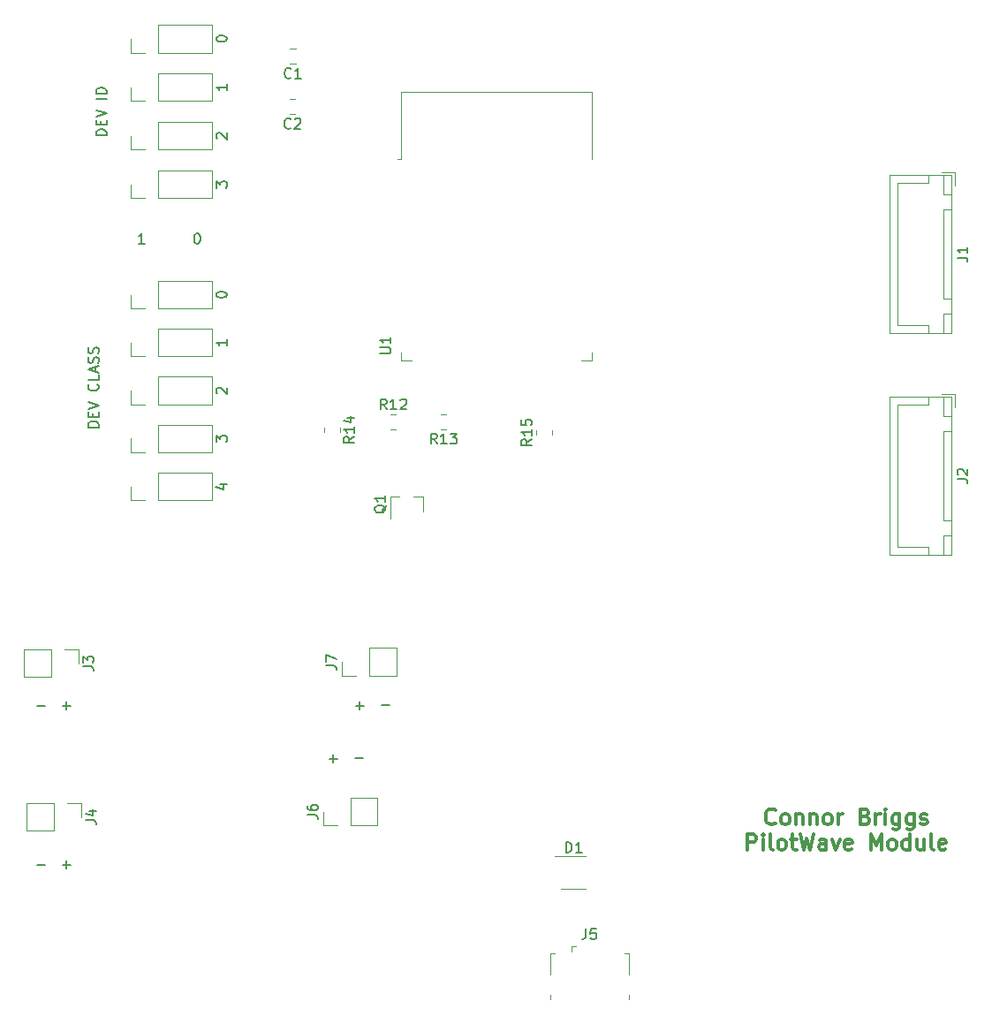
<source format=gbr>
%TF.GenerationSoftware,KiCad,Pcbnew,6.0.11+dfsg-1*%
%TF.CreationDate,2023-12-17T00:58:25-05:00*%
%TF.ProjectId,base_controller,62617365-5f63-46f6-9e74-726f6c6c6572,rev?*%
%TF.SameCoordinates,Original*%
%TF.FileFunction,Legend,Top*%
%TF.FilePolarity,Positive*%
%FSLAX46Y46*%
G04 Gerber Fmt 4.6, Leading zero omitted, Abs format (unit mm)*
G04 Created by KiCad (PCBNEW 6.0.11+dfsg-1) date 2023-12-17 00:58:25*
%MOMM*%
%LPD*%
G01*
G04 APERTURE LIST*
%ADD10C,0.150000*%
%ADD11C,0.300000*%
%ADD12C,0.120000*%
G04 APERTURE END LIST*
D10*
X137540952Y-121848571D02*
X136779047Y-121848571D01*
X134691428Y-122300952D02*
X134691428Y-121539047D01*
X135072380Y-121920000D02*
X134310476Y-121920000D01*
X135000952Y-126928571D02*
X134239047Y-126928571D01*
X132151428Y-127380952D02*
X132151428Y-126619047D01*
X132532380Y-127000000D02*
X131770476Y-127000000D01*
X103759047Y-137231428D02*
X104520952Y-137231428D01*
X106608571Y-136779047D02*
X106608571Y-137540952D01*
X106227619Y-137160000D02*
X106989523Y-137160000D01*
X103759047Y-121991428D02*
X104520952Y-121991428D01*
X106608571Y-121539047D02*
X106608571Y-122300952D01*
X106227619Y-121920000D02*
X106989523Y-121920000D01*
X119078380Y-76668380D02*
X119173619Y-76668380D01*
X119268857Y-76716000D01*
X119316476Y-76763619D01*
X119364095Y-76858857D01*
X119411714Y-77049333D01*
X119411714Y-77287428D01*
X119364095Y-77477904D01*
X119316476Y-77573142D01*
X119268857Y-77620761D01*
X119173619Y-77668380D01*
X119078380Y-77668380D01*
X118983142Y-77620761D01*
X118935523Y-77573142D01*
X118887904Y-77477904D01*
X118840285Y-77287428D01*
X118840285Y-77049333D01*
X118887904Y-76858857D01*
X118935523Y-76763619D01*
X118983142Y-76716000D01*
X119078380Y-76668380D01*
X110434380Y-67285904D02*
X109434380Y-67285904D01*
X109434380Y-67047809D01*
X109482000Y-66904952D01*
X109577238Y-66809714D01*
X109672476Y-66762095D01*
X109862952Y-66714476D01*
X110005809Y-66714476D01*
X110196285Y-66762095D01*
X110291523Y-66809714D01*
X110386761Y-66904952D01*
X110434380Y-67047809D01*
X110434380Y-67285904D01*
X109910571Y-66285904D02*
X109910571Y-65952571D01*
X110434380Y-65809714D02*
X110434380Y-66285904D01*
X109434380Y-66285904D01*
X109434380Y-65809714D01*
X109434380Y-65524000D02*
X110434380Y-65190666D01*
X109434380Y-64857333D01*
X110434380Y-63762095D02*
X109434380Y-63762095D01*
X110434380Y-63285904D02*
X109434380Y-63285904D01*
X109434380Y-63047809D01*
X109482000Y-62904952D01*
X109577238Y-62809714D01*
X109672476Y-62762095D01*
X109862952Y-62714476D01*
X110005809Y-62714476D01*
X110196285Y-62762095D01*
X110291523Y-62809714D01*
X110386761Y-62904952D01*
X110434380Y-63047809D01*
X110434380Y-63285904D01*
D11*
X174534571Y-133186214D02*
X174463142Y-133257642D01*
X174248857Y-133329071D01*
X174106000Y-133329071D01*
X173891714Y-133257642D01*
X173748857Y-133114785D01*
X173677428Y-132971928D01*
X173606000Y-132686214D01*
X173606000Y-132471928D01*
X173677428Y-132186214D01*
X173748857Y-132043357D01*
X173891714Y-131900500D01*
X174106000Y-131829071D01*
X174248857Y-131829071D01*
X174463142Y-131900500D01*
X174534571Y-131971928D01*
X175391714Y-133329071D02*
X175248857Y-133257642D01*
X175177428Y-133186214D01*
X175106000Y-133043357D01*
X175106000Y-132614785D01*
X175177428Y-132471928D01*
X175248857Y-132400500D01*
X175391714Y-132329071D01*
X175606000Y-132329071D01*
X175748857Y-132400500D01*
X175820285Y-132471928D01*
X175891714Y-132614785D01*
X175891714Y-133043357D01*
X175820285Y-133186214D01*
X175748857Y-133257642D01*
X175606000Y-133329071D01*
X175391714Y-133329071D01*
X176534571Y-132329071D02*
X176534571Y-133329071D01*
X176534571Y-132471928D02*
X176606000Y-132400500D01*
X176748857Y-132329071D01*
X176963142Y-132329071D01*
X177106000Y-132400500D01*
X177177428Y-132543357D01*
X177177428Y-133329071D01*
X177891714Y-132329071D02*
X177891714Y-133329071D01*
X177891714Y-132471928D02*
X177963142Y-132400500D01*
X178106000Y-132329071D01*
X178320285Y-132329071D01*
X178463142Y-132400500D01*
X178534571Y-132543357D01*
X178534571Y-133329071D01*
X179463142Y-133329071D02*
X179320285Y-133257642D01*
X179248857Y-133186214D01*
X179177428Y-133043357D01*
X179177428Y-132614785D01*
X179248857Y-132471928D01*
X179320285Y-132400500D01*
X179463142Y-132329071D01*
X179677428Y-132329071D01*
X179820285Y-132400500D01*
X179891714Y-132471928D01*
X179963142Y-132614785D01*
X179963142Y-133043357D01*
X179891714Y-133186214D01*
X179820285Y-133257642D01*
X179677428Y-133329071D01*
X179463142Y-133329071D01*
X180606000Y-133329071D02*
X180606000Y-132329071D01*
X180606000Y-132614785D02*
X180677428Y-132471928D01*
X180748857Y-132400500D01*
X180891714Y-132329071D01*
X181034571Y-132329071D01*
X183177428Y-132543357D02*
X183391714Y-132614785D01*
X183463142Y-132686214D01*
X183534571Y-132829071D01*
X183534571Y-133043357D01*
X183463142Y-133186214D01*
X183391714Y-133257642D01*
X183248857Y-133329071D01*
X182677428Y-133329071D01*
X182677428Y-131829071D01*
X183177428Y-131829071D01*
X183320285Y-131900500D01*
X183391714Y-131971928D01*
X183463142Y-132114785D01*
X183463142Y-132257642D01*
X183391714Y-132400500D01*
X183320285Y-132471928D01*
X183177428Y-132543357D01*
X182677428Y-132543357D01*
X184177428Y-133329071D02*
X184177428Y-132329071D01*
X184177428Y-132614785D02*
X184248857Y-132471928D01*
X184320285Y-132400500D01*
X184463142Y-132329071D01*
X184606000Y-132329071D01*
X185106000Y-133329071D02*
X185106000Y-132329071D01*
X185106000Y-131829071D02*
X185034571Y-131900500D01*
X185106000Y-131971928D01*
X185177428Y-131900500D01*
X185106000Y-131829071D01*
X185106000Y-131971928D01*
X186463142Y-132329071D02*
X186463142Y-133543357D01*
X186391714Y-133686214D01*
X186320285Y-133757642D01*
X186177428Y-133829071D01*
X185963142Y-133829071D01*
X185820285Y-133757642D01*
X186463142Y-133257642D02*
X186320285Y-133329071D01*
X186034571Y-133329071D01*
X185891714Y-133257642D01*
X185820285Y-133186214D01*
X185748857Y-133043357D01*
X185748857Y-132614785D01*
X185820285Y-132471928D01*
X185891714Y-132400500D01*
X186034571Y-132329071D01*
X186320285Y-132329071D01*
X186463142Y-132400500D01*
X187820285Y-132329071D02*
X187820285Y-133543357D01*
X187748857Y-133686214D01*
X187677428Y-133757642D01*
X187534571Y-133829071D01*
X187320285Y-133829071D01*
X187177428Y-133757642D01*
X187820285Y-133257642D02*
X187677428Y-133329071D01*
X187391714Y-133329071D01*
X187248857Y-133257642D01*
X187177428Y-133186214D01*
X187106000Y-133043357D01*
X187106000Y-132614785D01*
X187177428Y-132471928D01*
X187248857Y-132400500D01*
X187391714Y-132329071D01*
X187677428Y-132329071D01*
X187820285Y-132400500D01*
X188463142Y-133257642D02*
X188606000Y-133329071D01*
X188891714Y-133329071D01*
X189034571Y-133257642D01*
X189106000Y-133114785D01*
X189106000Y-133043357D01*
X189034571Y-132900500D01*
X188891714Y-132829071D01*
X188677428Y-132829071D01*
X188534571Y-132757642D01*
X188463142Y-132614785D01*
X188463142Y-132543357D01*
X188534571Y-132400500D01*
X188677428Y-132329071D01*
X188891714Y-132329071D01*
X189034571Y-132400500D01*
X171856000Y-135744071D02*
X171856000Y-134244071D01*
X172427428Y-134244071D01*
X172570285Y-134315500D01*
X172641714Y-134386928D01*
X172713142Y-134529785D01*
X172713142Y-134744071D01*
X172641714Y-134886928D01*
X172570285Y-134958357D01*
X172427428Y-135029785D01*
X171856000Y-135029785D01*
X173356000Y-135744071D02*
X173356000Y-134744071D01*
X173356000Y-134244071D02*
X173284571Y-134315500D01*
X173356000Y-134386928D01*
X173427428Y-134315500D01*
X173356000Y-134244071D01*
X173356000Y-134386928D01*
X174284571Y-135744071D02*
X174141714Y-135672642D01*
X174070285Y-135529785D01*
X174070285Y-134244071D01*
X175070285Y-135744071D02*
X174927428Y-135672642D01*
X174856000Y-135601214D01*
X174784571Y-135458357D01*
X174784571Y-135029785D01*
X174856000Y-134886928D01*
X174927428Y-134815500D01*
X175070285Y-134744071D01*
X175284571Y-134744071D01*
X175427428Y-134815500D01*
X175498857Y-134886928D01*
X175570285Y-135029785D01*
X175570285Y-135458357D01*
X175498857Y-135601214D01*
X175427428Y-135672642D01*
X175284571Y-135744071D01*
X175070285Y-135744071D01*
X175998857Y-134744071D02*
X176570285Y-134744071D01*
X176213142Y-134244071D02*
X176213142Y-135529785D01*
X176284571Y-135672642D01*
X176427428Y-135744071D01*
X176570285Y-135744071D01*
X176927428Y-134244071D02*
X177284571Y-135744071D01*
X177570285Y-134672642D01*
X177856000Y-135744071D01*
X178213142Y-134244071D01*
X179427428Y-135744071D02*
X179427428Y-134958357D01*
X179356000Y-134815500D01*
X179213142Y-134744071D01*
X178927428Y-134744071D01*
X178784571Y-134815500D01*
X179427428Y-135672642D02*
X179284571Y-135744071D01*
X178927428Y-135744071D01*
X178784571Y-135672642D01*
X178713142Y-135529785D01*
X178713142Y-135386928D01*
X178784571Y-135244071D01*
X178927428Y-135172642D01*
X179284571Y-135172642D01*
X179427428Y-135101214D01*
X179998857Y-134744071D02*
X180356000Y-135744071D01*
X180713142Y-134744071D01*
X181856000Y-135672642D02*
X181713142Y-135744071D01*
X181427428Y-135744071D01*
X181284571Y-135672642D01*
X181213142Y-135529785D01*
X181213142Y-134958357D01*
X181284571Y-134815500D01*
X181427428Y-134744071D01*
X181713142Y-134744071D01*
X181856000Y-134815500D01*
X181927428Y-134958357D01*
X181927428Y-135101214D01*
X181213142Y-135244071D01*
X183713142Y-135744071D02*
X183713142Y-134244071D01*
X184213142Y-135315500D01*
X184713142Y-134244071D01*
X184713142Y-135744071D01*
X185641714Y-135744071D02*
X185498857Y-135672642D01*
X185427428Y-135601214D01*
X185356000Y-135458357D01*
X185356000Y-135029785D01*
X185427428Y-134886928D01*
X185498857Y-134815500D01*
X185641714Y-134744071D01*
X185856000Y-134744071D01*
X185998857Y-134815500D01*
X186070285Y-134886928D01*
X186141714Y-135029785D01*
X186141714Y-135458357D01*
X186070285Y-135601214D01*
X185998857Y-135672642D01*
X185856000Y-135744071D01*
X185641714Y-135744071D01*
X187427428Y-135744071D02*
X187427428Y-134244071D01*
X187427428Y-135672642D02*
X187284571Y-135744071D01*
X186998857Y-135744071D01*
X186856000Y-135672642D01*
X186784571Y-135601214D01*
X186713142Y-135458357D01*
X186713142Y-135029785D01*
X186784571Y-134886928D01*
X186856000Y-134815500D01*
X186998857Y-134744071D01*
X187284571Y-134744071D01*
X187427428Y-134815500D01*
X188784571Y-134744071D02*
X188784571Y-135744071D01*
X188141714Y-134744071D02*
X188141714Y-135529785D01*
X188213142Y-135672642D01*
X188356000Y-135744071D01*
X188570285Y-135744071D01*
X188713142Y-135672642D01*
X188784571Y-135601214D01*
X189713142Y-135744071D02*
X189570285Y-135672642D01*
X189498857Y-135529785D01*
X189498857Y-134244071D01*
X190856000Y-135672642D02*
X190713142Y-135744071D01*
X190427428Y-135744071D01*
X190284571Y-135672642D01*
X190213142Y-135529785D01*
X190213142Y-134958357D01*
X190284571Y-134815500D01*
X190427428Y-134744071D01*
X190713142Y-134744071D01*
X190856000Y-134815500D01*
X190927428Y-134958357D01*
X190927428Y-135101214D01*
X190213142Y-135244071D01*
D10*
X114077714Y-77668380D02*
X113506285Y-77668380D01*
X113792000Y-77668380D02*
X113792000Y-76668380D01*
X113696761Y-76811238D01*
X113601523Y-76906476D01*
X113506285Y-76954095D01*
X109672380Y-95249523D02*
X108672380Y-95249523D01*
X108672380Y-95011428D01*
X108720000Y-94868571D01*
X108815238Y-94773333D01*
X108910476Y-94725714D01*
X109100952Y-94678095D01*
X109243809Y-94678095D01*
X109434285Y-94725714D01*
X109529523Y-94773333D01*
X109624761Y-94868571D01*
X109672380Y-95011428D01*
X109672380Y-95249523D01*
X109148571Y-94249523D02*
X109148571Y-93916190D01*
X109672380Y-93773333D02*
X109672380Y-94249523D01*
X108672380Y-94249523D01*
X108672380Y-93773333D01*
X108672380Y-93487619D02*
X109672380Y-93154285D01*
X108672380Y-92820952D01*
X109577142Y-91154285D02*
X109624761Y-91201904D01*
X109672380Y-91344761D01*
X109672380Y-91440000D01*
X109624761Y-91582857D01*
X109529523Y-91678095D01*
X109434285Y-91725714D01*
X109243809Y-91773333D01*
X109100952Y-91773333D01*
X108910476Y-91725714D01*
X108815238Y-91678095D01*
X108720000Y-91582857D01*
X108672380Y-91440000D01*
X108672380Y-91344761D01*
X108720000Y-91201904D01*
X108767619Y-91154285D01*
X109672380Y-90249523D02*
X109672380Y-90725714D01*
X108672380Y-90725714D01*
X109386666Y-89963809D02*
X109386666Y-89487619D01*
X109672380Y-90059047D02*
X108672380Y-89725714D01*
X109672380Y-89392380D01*
X109624761Y-89106666D02*
X109672380Y-88963809D01*
X109672380Y-88725714D01*
X109624761Y-88630476D01*
X109577142Y-88582857D01*
X109481904Y-88535238D01*
X109386666Y-88535238D01*
X109291428Y-88582857D01*
X109243809Y-88630476D01*
X109196190Y-88725714D01*
X109148571Y-88916190D01*
X109100952Y-89011428D01*
X109053333Y-89059047D01*
X108958095Y-89106666D01*
X108862857Y-89106666D01*
X108767619Y-89059047D01*
X108720000Y-89011428D01*
X108672380Y-88916190D01*
X108672380Y-88678095D01*
X108720000Y-88535238D01*
X109624761Y-88154285D02*
X109672380Y-88011428D01*
X109672380Y-87773333D01*
X109624761Y-87678095D01*
X109577142Y-87630476D01*
X109481904Y-87582857D01*
X109386666Y-87582857D01*
X109291428Y-87630476D01*
X109243809Y-87678095D01*
X109196190Y-87773333D01*
X109148571Y-87963809D01*
X109100952Y-88059047D01*
X109053333Y-88106666D01*
X108958095Y-88154285D01*
X108862857Y-88154285D01*
X108767619Y-88106666D01*
X108720000Y-88059047D01*
X108672380Y-87963809D01*
X108672380Y-87725714D01*
X108720000Y-87582857D01*
%TO.C,J4*%
X108462380Y-132921333D02*
X109176666Y-132921333D01*
X109319523Y-132968952D01*
X109414761Y-133064190D01*
X109462380Y-133207047D01*
X109462380Y-133302285D01*
X108795714Y-132016571D02*
X109462380Y-132016571D01*
X108414761Y-132254666D02*
X109129047Y-132492761D01*
X109129047Y-131873714D01*
%TO.C,J7*%
X131472380Y-118070833D02*
X132186666Y-118070833D01*
X132329523Y-118118452D01*
X132424761Y-118213690D01*
X132472380Y-118356547D01*
X132472380Y-118451785D01*
X131472380Y-117689880D02*
X131472380Y-117023214D01*
X132472380Y-117451785D01*
%TO.C,J6*%
X129672380Y-132413333D02*
X130386666Y-132413333D01*
X130529523Y-132460952D01*
X130624761Y-132556190D01*
X130672380Y-132699047D01*
X130672380Y-132794285D01*
X129672380Y-131508571D02*
X129672380Y-131699047D01*
X129720000Y-131794285D01*
X129767619Y-131841904D01*
X129910476Y-131937142D01*
X130100952Y-131984761D01*
X130481904Y-131984761D01*
X130577142Y-131937142D01*
X130624761Y-131889523D01*
X130672380Y-131794285D01*
X130672380Y-131603809D01*
X130624761Y-131508571D01*
X130577142Y-131460952D01*
X130481904Y-131413333D01*
X130243809Y-131413333D01*
X130148571Y-131460952D01*
X130100952Y-131508571D01*
X130053333Y-131603809D01*
X130053333Y-131794285D01*
X130100952Y-131889523D01*
X130148571Y-131937142D01*
X130243809Y-131984761D01*
%TO.C,J3*%
X108208380Y-118189333D02*
X108922666Y-118189333D01*
X109065523Y-118236952D01*
X109160761Y-118332190D01*
X109208380Y-118475047D01*
X109208380Y-118570285D01*
X108208380Y-117808380D02*
X108208380Y-117189333D01*
X108589333Y-117522666D01*
X108589333Y-117379809D01*
X108636952Y-117284571D01*
X108684571Y-117236952D01*
X108779809Y-117189333D01*
X109017904Y-117189333D01*
X109113142Y-117236952D01*
X109160761Y-117284571D01*
X109208380Y-117379809D01*
X109208380Y-117665523D01*
X109160761Y-117760761D01*
X109113142Y-117808380D01*
%TO.C,J1*%
X191978380Y-78993333D02*
X192692666Y-78993333D01*
X192835523Y-79040952D01*
X192930761Y-79136190D01*
X192978380Y-79279047D01*
X192978380Y-79374285D01*
X192978380Y-77993333D02*
X192978380Y-78564761D01*
X192978380Y-78279047D02*
X191978380Y-78279047D01*
X192121238Y-78374285D01*
X192216476Y-78469523D01*
X192264095Y-78564761D01*
%TO.C,J2*%
X191978380Y-100235333D02*
X192692666Y-100235333D01*
X192835523Y-100282952D01*
X192930761Y-100378190D01*
X192978380Y-100521047D01*
X192978380Y-100616285D01*
X192073619Y-99806761D02*
X192026000Y-99759142D01*
X191978380Y-99663904D01*
X191978380Y-99425809D01*
X192026000Y-99330571D01*
X192073619Y-99282952D01*
X192168857Y-99235333D01*
X192264095Y-99235333D01*
X192406952Y-99282952D01*
X192978380Y-99854380D01*
X192978380Y-99235333D01*
%TO.C,C1*%
X128124833Y-61727142D02*
X128077214Y-61774761D01*
X127934357Y-61822380D01*
X127839119Y-61822380D01*
X127696261Y-61774761D01*
X127601023Y-61679523D01*
X127553404Y-61584285D01*
X127505785Y-61393809D01*
X127505785Y-61250952D01*
X127553404Y-61060476D01*
X127601023Y-60965238D01*
X127696261Y-60870000D01*
X127839119Y-60822380D01*
X127934357Y-60822380D01*
X128077214Y-60870000D01*
X128124833Y-60917619D01*
X129077214Y-61822380D02*
X128505785Y-61822380D01*
X128791500Y-61822380D02*
X128791500Y-60822380D01*
X128696261Y-60965238D01*
X128601023Y-61060476D01*
X128505785Y-61108095D01*
%TO.C,C2*%
X128103333Y-66553142D02*
X128055714Y-66600761D01*
X127912857Y-66648380D01*
X127817619Y-66648380D01*
X127674761Y-66600761D01*
X127579523Y-66505523D01*
X127531904Y-66410285D01*
X127484285Y-66219809D01*
X127484285Y-66076952D01*
X127531904Y-65886476D01*
X127579523Y-65791238D01*
X127674761Y-65696000D01*
X127817619Y-65648380D01*
X127912857Y-65648380D01*
X128055714Y-65696000D01*
X128103333Y-65743619D01*
X128484285Y-65743619D02*
X128531904Y-65696000D01*
X128627142Y-65648380D01*
X128865238Y-65648380D01*
X128960476Y-65696000D01*
X129008095Y-65743619D01*
X129055714Y-65838857D01*
X129055714Y-65934095D01*
X129008095Y-66076952D01*
X128436666Y-66648380D01*
X129055714Y-66648380D01*
%TO.C,D1*%
X154475904Y-135994380D02*
X154475904Y-134994380D01*
X154714000Y-134994380D01*
X154856857Y-135042000D01*
X154952095Y-135137238D01*
X154999714Y-135232476D01*
X155047333Y-135422952D01*
X155047333Y-135565809D01*
X154999714Y-135756285D01*
X154952095Y-135851523D01*
X154856857Y-135946761D01*
X154714000Y-135994380D01*
X154475904Y-135994380D01*
X155999714Y-135994380D02*
X155428285Y-135994380D01*
X155714000Y-135994380D02*
X155714000Y-134994380D01*
X155618761Y-135137238D01*
X155523523Y-135232476D01*
X155428285Y-135280095D01*
%TO.C,J5*%
X156400666Y-143304880D02*
X156400666Y-144019166D01*
X156353047Y-144162023D01*
X156257809Y-144257261D01*
X156114952Y-144304880D01*
X156019714Y-144304880D01*
X157353047Y-143304880D02*
X156876857Y-143304880D01*
X156829238Y-143781071D01*
X156876857Y-143733452D01*
X156972095Y-143685833D01*
X157210190Y-143685833D01*
X157305428Y-143733452D01*
X157353047Y-143781071D01*
X157400666Y-143876309D01*
X157400666Y-144114404D01*
X157353047Y-144209642D01*
X157305428Y-144257261D01*
X157210190Y-144304880D01*
X156972095Y-144304880D01*
X156876857Y-144257261D01*
X156829238Y-144209642D01*
%TO.C,JP1*%
X120968380Y-82597619D02*
X120968380Y-82502380D01*
X121016000Y-82407142D01*
X121063619Y-82359523D01*
X121158857Y-82311904D01*
X121349333Y-82264285D01*
X121587428Y-82264285D01*
X121777904Y-82311904D01*
X121873142Y-82359523D01*
X121920761Y-82407142D01*
X121968380Y-82502380D01*
X121968380Y-82597619D01*
X121920761Y-82692857D01*
X121873142Y-82740476D01*
X121777904Y-82788095D01*
X121587428Y-82835714D01*
X121349333Y-82835714D01*
X121158857Y-82788095D01*
X121063619Y-82740476D01*
X121016000Y-82692857D01*
X120968380Y-82597619D01*
%TO.C,JP2*%
X121968380Y-86858285D02*
X121968380Y-87429714D01*
X121968380Y-87144000D02*
X120968380Y-87144000D01*
X121111238Y-87239238D01*
X121206476Y-87334476D01*
X121254095Y-87429714D01*
%TO.C,JP3*%
X121063619Y-92023714D02*
X121016000Y-91976095D01*
X120968380Y-91880857D01*
X120968380Y-91642761D01*
X121016000Y-91547523D01*
X121063619Y-91499904D01*
X121158857Y-91452285D01*
X121254095Y-91452285D01*
X121396952Y-91499904D01*
X121968380Y-92071333D01*
X121968380Y-91452285D01*
%TO.C,JP4*%
X120968380Y-96665333D02*
X120968380Y-96046285D01*
X121349333Y-96379619D01*
X121349333Y-96236761D01*
X121396952Y-96141523D01*
X121444571Y-96093904D01*
X121539809Y-96046285D01*
X121777904Y-96046285D01*
X121873142Y-96093904D01*
X121920761Y-96141523D01*
X121968380Y-96236761D01*
X121968380Y-96522476D01*
X121920761Y-96617714D01*
X121873142Y-96665333D01*
%TO.C,JP5*%
X121301714Y-100735523D02*
X121968380Y-100735523D01*
X120920761Y-100973619D02*
X121635047Y-101211714D01*
X121635047Y-100592666D01*
%TO.C,JP6*%
X120968380Y-58067619D02*
X120968380Y-57972380D01*
X121016000Y-57877142D01*
X121063619Y-57829523D01*
X121158857Y-57781904D01*
X121349333Y-57734285D01*
X121587428Y-57734285D01*
X121777904Y-57781904D01*
X121873142Y-57829523D01*
X121920761Y-57877142D01*
X121968380Y-57972380D01*
X121968380Y-58067619D01*
X121920761Y-58162857D01*
X121873142Y-58210476D01*
X121777904Y-58258095D01*
X121587428Y-58305714D01*
X121349333Y-58305714D01*
X121158857Y-58258095D01*
X121063619Y-58210476D01*
X121016000Y-58162857D01*
X120968380Y-58067619D01*
%TO.C,JP7*%
X121968380Y-62384285D02*
X121968380Y-62955714D01*
X121968380Y-62670000D02*
X120968380Y-62670000D01*
X121111238Y-62765238D01*
X121206476Y-62860476D01*
X121254095Y-62955714D01*
%TO.C,JP8*%
X121063619Y-67605714D02*
X121016000Y-67558095D01*
X120968380Y-67462857D01*
X120968380Y-67224761D01*
X121016000Y-67129523D01*
X121063619Y-67081904D01*
X121158857Y-67034285D01*
X121254095Y-67034285D01*
X121396952Y-67081904D01*
X121968380Y-67653333D01*
X121968380Y-67034285D01*
%TO.C,JP9*%
X120968380Y-72303333D02*
X120968380Y-71684285D01*
X121349333Y-72017619D01*
X121349333Y-71874761D01*
X121396952Y-71779523D01*
X121444571Y-71731904D01*
X121539809Y-71684285D01*
X121777904Y-71684285D01*
X121873142Y-71731904D01*
X121920761Y-71779523D01*
X121968380Y-71874761D01*
X121968380Y-72160476D01*
X121920761Y-72255714D01*
X121873142Y-72303333D01*
%TO.C,Q1*%
X137239619Y-102711238D02*
X137192000Y-102806476D01*
X137096761Y-102901714D01*
X136953904Y-103044571D01*
X136906285Y-103139809D01*
X136906285Y-103235047D01*
X137144380Y-103187428D02*
X137096761Y-103282666D01*
X137001523Y-103377904D01*
X136811047Y-103425523D01*
X136477714Y-103425523D01*
X136287238Y-103377904D01*
X136192000Y-103282666D01*
X136144380Y-103187428D01*
X136144380Y-102996952D01*
X136192000Y-102901714D01*
X136287238Y-102806476D01*
X136477714Y-102758857D01*
X136811047Y-102758857D01*
X137001523Y-102806476D01*
X137096761Y-102901714D01*
X137144380Y-102996952D01*
X137144380Y-103187428D01*
X137144380Y-101806476D02*
X137144380Y-102377904D01*
X137144380Y-102092190D02*
X136144380Y-102092190D01*
X136287238Y-102187428D01*
X136382476Y-102282666D01*
X136430095Y-102377904D01*
%TO.C,R12*%
X137279142Y-93544380D02*
X136945809Y-93068190D01*
X136707714Y-93544380D02*
X136707714Y-92544380D01*
X137088666Y-92544380D01*
X137183904Y-92592000D01*
X137231523Y-92639619D01*
X137279142Y-92734857D01*
X137279142Y-92877714D01*
X137231523Y-92972952D01*
X137183904Y-93020571D01*
X137088666Y-93068190D01*
X136707714Y-93068190D01*
X138231523Y-93544380D02*
X137660095Y-93544380D01*
X137945809Y-93544380D02*
X137945809Y-92544380D01*
X137850571Y-92687238D01*
X137755333Y-92782476D01*
X137660095Y-92830095D01*
X138612476Y-92639619D02*
X138660095Y-92592000D01*
X138755333Y-92544380D01*
X138993428Y-92544380D01*
X139088666Y-92592000D01*
X139136285Y-92639619D01*
X139183904Y-92734857D01*
X139183904Y-92830095D01*
X139136285Y-92972952D01*
X138564857Y-93544380D01*
X139183904Y-93544380D01*
%TO.C,R13*%
X142105142Y-96844380D02*
X141771809Y-96368190D01*
X141533714Y-96844380D02*
X141533714Y-95844380D01*
X141914666Y-95844380D01*
X142009904Y-95892000D01*
X142057523Y-95939619D01*
X142105142Y-96034857D01*
X142105142Y-96177714D01*
X142057523Y-96272952D01*
X142009904Y-96320571D01*
X141914666Y-96368190D01*
X141533714Y-96368190D01*
X143057523Y-96844380D02*
X142486095Y-96844380D01*
X142771809Y-96844380D02*
X142771809Y-95844380D01*
X142676571Y-95987238D01*
X142581333Y-96082476D01*
X142486095Y-96130095D01*
X143390857Y-95844380D02*
X144009904Y-95844380D01*
X143676571Y-96225333D01*
X143819428Y-96225333D01*
X143914666Y-96272952D01*
X143962285Y-96320571D01*
X144009904Y-96415809D01*
X144009904Y-96653904D01*
X143962285Y-96749142D01*
X143914666Y-96796761D01*
X143819428Y-96844380D01*
X143533714Y-96844380D01*
X143438476Y-96796761D01*
X143390857Y-96749142D01*
%TO.C,R14*%
X134182380Y-96146857D02*
X133706190Y-96480190D01*
X134182380Y-96718285D02*
X133182380Y-96718285D01*
X133182380Y-96337333D01*
X133230000Y-96242095D01*
X133277619Y-96194476D01*
X133372857Y-96146857D01*
X133515714Y-96146857D01*
X133610952Y-96194476D01*
X133658571Y-96242095D01*
X133706190Y-96337333D01*
X133706190Y-96718285D01*
X134182380Y-95194476D02*
X134182380Y-95765904D01*
X134182380Y-95480190D02*
X133182380Y-95480190D01*
X133325238Y-95575428D01*
X133420476Y-95670666D01*
X133468095Y-95765904D01*
X133515714Y-94337333D02*
X134182380Y-94337333D01*
X133134761Y-94575428D02*
X133849047Y-94813523D01*
X133849047Y-94194476D01*
%TO.C,R15*%
X151202380Y-96400857D02*
X150726190Y-96734190D01*
X151202380Y-96972285D02*
X150202380Y-96972285D01*
X150202380Y-96591333D01*
X150250000Y-96496095D01*
X150297619Y-96448476D01*
X150392857Y-96400857D01*
X150535714Y-96400857D01*
X150630952Y-96448476D01*
X150678571Y-96496095D01*
X150726190Y-96591333D01*
X150726190Y-96972285D01*
X151202380Y-95448476D02*
X151202380Y-96019904D01*
X151202380Y-95734190D02*
X150202380Y-95734190D01*
X150345238Y-95829428D01*
X150440476Y-95924666D01*
X150488095Y-96019904D01*
X150202380Y-94543714D02*
X150202380Y-95019904D01*
X150678571Y-95067523D01*
X150630952Y-95019904D01*
X150583333Y-94924666D01*
X150583333Y-94686571D01*
X150630952Y-94591333D01*
X150678571Y-94543714D01*
X150773809Y-94496095D01*
X151011904Y-94496095D01*
X151107142Y-94543714D01*
X151154761Y-94591333D01*
X151202380Y-94686571D01*
X151202380Y-94924666D01*
X151154761Y-95019904D01*
X151107142Y-95067523D01*
%TO.C,U1*%
X136670380Y-88185904D02*
X137479904Y-88185904D01*
X137575142Y-88138285D01*
X137622761Y-88090666D01*
X137670380Y-87995428D01*
X137670380Y-87804952D01*
X137622761Y-87709714D01*
X137575142Y-87662095D01*
X137479904Y-87614476D01*
X136670380Y-87614476D01*
X137670380Y-86614476D02*
X137670380Y-87185904D01*
X137670380Y-86900190D02*
X136670380Y-86900190D01*
X136813238Y-86995428D01*
X136908476Y-87090666D01*
X136956095Y-87185904D01*
D12*
%TO.C,J4*%
X106680000Y-131258000D02*
X108010000Y-131258000D01*
X102810000Y-131258000D02*
X102810000Y-133918000D01*
X105410000Y-131258000D02*
X102810000Y-131258000D01*
X105410000Y-131258000D02*
X105410000Y-133918000D01*
X108010000Y-131258000D02*
X108010000Y-132588000D01*
X105410000Y-133918000D02*
X102810000Y-133918000D01*
%TO.C,J7*%
X134350000Y-119067500D02*
X133020000Y-119067500D01*
X138220000Y-119067500D02*
X138220000Y-116407500D01*
X135620000Y-119067500D02*
X138220000Y-119067500D01*
X135620000Y-119067500D02*
X135620000Y-116407500D01*
X133020000Y-119067500D02*
X133020000Y-117737500D01*
X135620000Y-116407500D02*
X138220000Y-116407500D01*
%TO.C,J6*%
X133820000Y-130750000D02*
X136420000Y-130750000D01*
X131220000Y-133410000D02*
X131220000Y-132080000D01*
X133820000Y-133410000D02*
X133820000Y-130750000D01*
X133820000Y-133410000D02*
X136420000Y-133410000D01*
X136420000Y-133410000D02*
X136420000Y-130750000D01*
X132550000Y-133410000D02*
X131220000Y-133410000D01*
%TO.C,J3*%
X106426000Y-116526000D02*
X107756000Y-116526000D01*
X102556000Y-116526000D02*
X102556000Y-119186000D01*
X105156000Y-116526000D02*
X102556000Y-116526000D01*
X105156000Y-116526000D02*
X105156000Y-119186000D01*
X107756000Y-116526000D02*
X107756000Y-117856000D01*
X105156000Y-119186000D02*
X102556000Y-119186000D01*
%TO.C,J1*%
X189176000Y-86210000D02*
X189176000Y-85460000D01*
X191426000Y-84410000D02*
X190676000Y-84410000D01*
X191426000Y-86210000D02*
X191426000Y-84410000D01*
X189176000Y-71860000D02*
X186226000Y-71860000D01*
X191426000Y-74410000D02*
X190676000Y-74410000D01*
X189176000Y-85460000D02*
X186226000Y-85460000D01*
X190676000Y-86210000D02*
X191426000Y-86210000D01*
X190676000Y-84410000D02*
X190676000Y-86210000D01*
X186226000Y-85460000D02*
X186226000Y-78660000D01*
X190676000Y-72910000D02*
X191426000Y-72910000D01*
X191426000Y-72910000D02*
X191426000Y-71110000D01*
X191426000Y-82910000D02*
X191426000Y-74410000D01*
X191726000Y-70810000D02*
X190476000Y-70810000D01*
X185466000Y-86220000D02*
X191436000Y-86220000D01*
X191436000Y-71100000D02*
X185466000Y-71100000D01*
X185466000Y-71100000D02*
X185466000Y-86220000D01*
X190676000Y-74410000D02*
X190676000Y-82910000D01*
X191436000Y-86220000D02*
X191436000Y-71100000D01*
X191426000Y-71110000D02*
X190676000Y-71110000D01*
X189176000Y-71110000D02*
X189176000Y-71860000D01*
X191726000Y-72060000D02*
X191726000Y-70810000D01*
X190676000Y-71110000D02*
X190676000Y-72910000D01*
X190676000Y-82910000D02*
X191426000Y-82910000D01*
X186226000Y-71860000D02*
X186226000Y-78660000D01*
%TO.C,J2*%
X191436000Y-107462000D02*
X191436000Y-92342000D01*
X185466000Y-107462000D02*
X191436000Y-107462000D01*
X189176000Y-93102000D02*
X186226000Y-93102000D01*
X190676000Y-92352000D02*
X190676000Y-94152000D01*
X191726000Y-93302000D02*
X191726000Y-92052000D01*
X191426000Y-104152000D02*
X191426000Y-95652000D01*
X185466000Y-92342000D02*
X185466000Y-107462000D01*
X189176000Y-107452000D02*
X189176000Y-106702000D01*
X191436000Y-92342000D02*
X185466000Y-92342000D01*
X190676000Y-105652000D02*
X190676000Y-107452000D01*
X186226000Y-93102000D02*
X186226000Y-99902000D01*
X186226000Y-106702000D02*
X186226000Y-99902000D01*
X189176000Y-106702000D02*
X186226000Y-106702000D01*
X191426000Y-107452000D02*
X191426000Y-105652000D01*
X189176000Y-92352000D02*
X189176000Y-93102000D01*
X190676000Y-107452000D02*
X191426000Y-107452000D01*
X190676000Y-95652000D02*
X190676000Y-104152000D01*
X191426000Y-92352000D02*
X190676000Y-92352000D01*
X191426000Y-95652000D02*
X190676000Y-95652000D01*
X191426000Y-105652000D02*
X190676000Y-105652000D01*
X191726000Y-92052000D02*
X190476000Y-92052000D01*
X190676000Y-94152000D02*
X191426000Y-94152000D01*
X191426000Y-94152000D02*
X191426000Y-92352000D01*
X190676000Y-104152000D02*
X191426000Y-104152000D01*
%TO.C,C1*%
X128552752Y-58955000D02*
X128030248Y-58955000D01*
X128552752Y-60425000D02*
X128030248Y-60425000D01*
%TO.C,C2*%
X128531252Y-63781000D02*
X128008748Y-63781000D01*
X128531252Y-65251000D02*
X128008748Y-65251000D01*
%TO.C,D1*%
X156394000Y-136372000D02*
X153444000Y-136372000D01*
X153994000Y-139472000D02*
X156394000Y-139472000D01*
%TO.C,J5*%
X152974000Y-145692500D02*
X153394000Y-145692500D01*
X152974000Y-150042500D02*
X152974000Y-149642500D01*
X152974000Y-147672500D02*
X152974000Y-145692500D01*
X160494000Y-149642500D02*
X160494000Y-150042500D01*
X160494000Y-145692500D02*
X160074000Y-145692500D01*
X160494000Y-147672500D02*
X160494000Y-145692500D01*
X154974000Y-145462500D02*
X154974000Y-145012500D01*
X155424000Y-145012500D02*
X154974000Y-145012500D01*
%TO.C,JP1*%
X115376000Y-81220000D02*
X120516000Y-81220000D01*
X115376000Y-83880000D02*
X115376000Y-81220000D01*
X112776000Y-83880000D02*
X112776000Y-82550000D01*
X120516000Y-83880000D02*
X120516000Y-81220000D01*
X115376000Y-83880000D02*
X120516000Y-83880000D01*
X114106000Y-83880000D02*
X112776000Y-83880000D01*
%TO.C,JP2*%
X114106000Y-88474000D02*
X112776000Y-88474000D01*
X115376000Y-88474000D02*
X115376000Y-85814000D01*
X112776000Y-88474000D02*
X112776000Y-87144000D01*
X120516000Y-88474000D02*
X120516000Y-85814000D01*
X115376000Y-88474000D02*
X120516000Y-88474000D01*
X115376000Y-85814000D02*
X120516000Y-85814000D01*
%TO.C,JP3*%
X115376000Y-93068000D02*
X115376000Y-90408000D01*
X115376000Y-93068000D02*
X120516000Y-93068000D01*
X115376000Y-90408000D02*
X120516000Y-90408000D01*
X114106000Y-93068000D02*
X112776000Y-93068000D01*
X112776000Y-93068000D02*
X112776000Y-91738000D01*
X120516000Y-93068000D02*
X120516000Y-90408000D01*
%TO.C,JP4*%
X112776000Y-97662000D02*
X112776000Y-96332000D01*
X115376000Y-97662000D02*
X120516000Y-97662000D01*
X115376000Y-95002000D02*
X120516000Y-95002000D01*
X114106000Y-97662000D02*
X112776000Y-97662000D01*
X120516000Y-97662000D02*
X120516000Y-95002000D01*
X115376000Y-97662000D02*
X115376000Y-95002000D01*
%TO.C,JP5*%
X120516000Y-102256000D02*
X120516000Y-99596000D01*
X115376000Y-102256000D02*
X120516000Y-102256000D01*
X115376000Y-99596000D02*
X120516000Y-99596000D01*
X114106000Y-102256000D02*
X112776000Y-102256000D01*
X112776000Y-102256000D02*
X112776000Y-100926000D01*
X115376000Y-102256000D02*
X115376000Y-99596000D01*
%TO.C,JP6*%
X114106000Y-59350000D02*
X112776000Y-59350000D01*
X115376000Y-59350000D02*
X120516000Y-59350000D01*
X112776000Y-59350000D02*
X112776000Y-58020000D01*
X120516000Y-59350000D02*
X120516000Y-56690000D01*
X115376000Y-59350000D02*
X115376000Y-56690000D01*
X115376000Y-56690000D02*
X120516000Y-56690000D01*
%TO.C,JP7*%
X115376000Y-64000000D02*
X115376000Y-61340000D01*
X120516000Y-64000000D02*
X120516000Y-61340000D01*
X114106000Y-64000000D02*
X112776000Y-64000000D01*
X115376000Y-61340000D02*
X120516000Y-61340000D01*
X112776000Y-64000000D02*
X112776000Y-62670000D01*
X115376000Y-64000000D02*
X120516000Y-64000000D01*
%TO.C,JP8*%
X115376000Y-68650000D02*
X120516000Y-68650000D01*
X114106000Y-68650000D02*
X112776000Y-68650000D01*
X115376000Y-68650000D02*
X115376000Y-65990000D01*
X115376000Y-65990000D02*
X120516000Y-65990000D01*
X120516000Y-68650000D02*
X120516000Y-65990000D01*
X112776000Y-68650000D02*
X112776000Y-67320000D01*
%TO.C,JP9*%
X115376000Y-73300000D02*
X115376000Y-70640000D01*
X115376000Y-70640000D02*
X120516000Y-70640000D01*
X114106000Y-73300000D02*
X112776000Y-73300000D01*
X120516000Y-73300000D02*
X120516000Y-70640000D01*
X115376000Y-73300000D02*
X120516000Y-73300000D01*
X112776000Y-73300000D02*
X112776000Y-71970000D01*
%TO.C,Q1*%
X137612000Y-101856000D02*
X138542000Y-101856000D01*
X137612000Y-101856000D02*
X137612000Y-104016000D01*
X140772000Y-101856000D02*
X140772000Y-103316000D01*
X140772000Y-101856000D02*
X139842000Y-101856000D01*
%TO.C,R12*%
X137694936Y-95477000D02*
X138149064Y-95477000D01*
X137694936Y-94007000D02*
X138149064Y-94007000D01*
%TO.C,R13*%
X142975064Y-95477000D02*
X142520936Y-95477000D01*
X142975064Y-94007000D02*
X142520936Y-94007000D01*
%TO.C,R14*%
X132815000Y-95276936D02*
X132815000Y-95731064D01*
X131345000Y-95276936D02*
X131345000Y-95731064D01*
%TO.C,R15*%
X151665000Y-95985064D02*
X151665000Y-95530936D01*
X153135000Y-95985064D02*
X153135000Y-95530936D01*
%TO.C,U1*%
X156948000Y-88874000D02*
X155948000Y-88874000D01*
X138708000Y-69549000D02*
X138328000Y-69549000D01*
X138708000Y-63129000D02*
X156948000Y-63129000D01*
X138708000Y-88094000D02*
X138708000Y-88874000D01*
X156948000Y-88094000D02*
X156948000Y-88874000D01*
X138708000Y-63129000D02*
X138708000Y-69549000D01*
X156948000Y-63129000D02*
X156948000Y-69549000D01*
X138708000Y-88874000D02*
X139708000Y-88874000D01*
%TD*%
M02*

</source>
